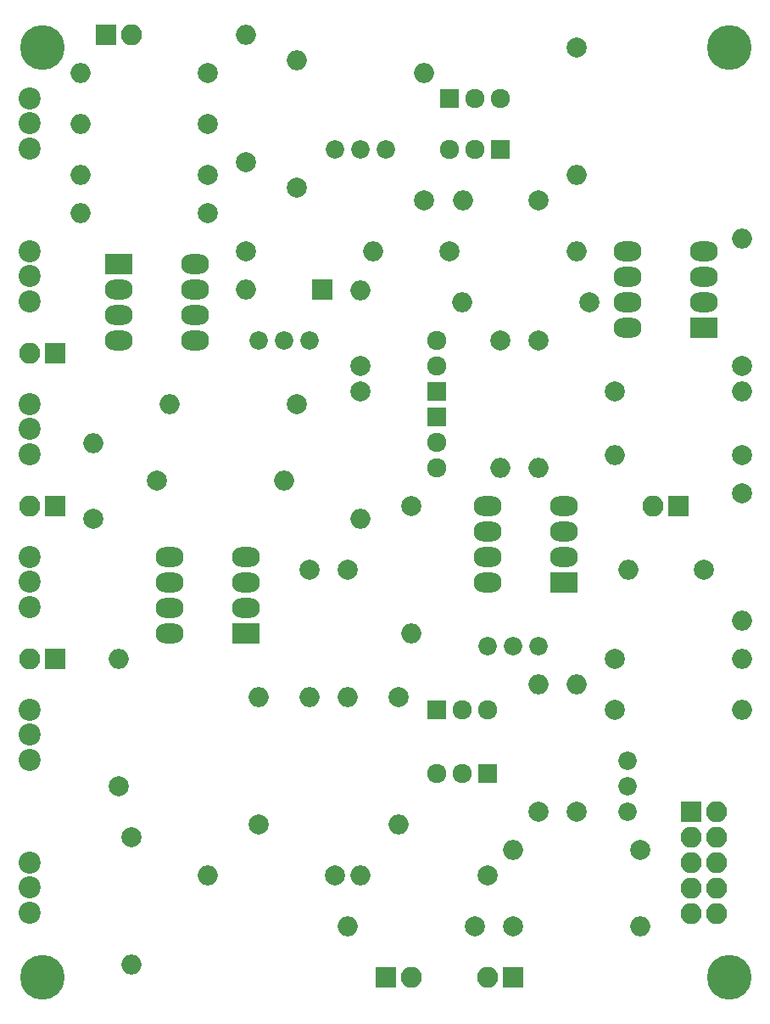
<source format=gbs>
G04 #@! TF.FileFunction,Soldermask,Bot*
%FSLAX46Y46*%
G04 Gerber Fmt 4.6, Leading zero omitted, Abs format (unit mm)*
G04 Created by KiCad (PCBNEW 4.0.7) date Monday 30 April 2018 23:43:25*
%MOMM*%
%LPD*%
G01*
G04 APERTURE LIST*
%ADD10C,0.100000*%
%ADD11C,2.200000*%
%ADD12R,2.800000X2.000000*%
%ADD13O,2.800000X2.000000*%
%ADD14C,2.000000*%
%ADD15O,2.000000X2.000000*%
%ADD16R,2.000000X2.000000*%
%ADD17R,2.100000X2.100000*%
%ADD18O,2.100000X2.100000*%
%ADD19C,1.920000*%
%ADD20R,1.920000X1.920000*%
%ADD21C,1.840000*%
%ADD22C,4.464000*%
G04 APERTURE END LIST*
D10*
D11*
X138430000Y-71040000D03*
X138430000Y-68540000D03*
X138430000Y-66040000D03*
D12*
X160020000Y-88900000D03*
D13*
X152400000Y-81280000D03*
X160020000Y-86360000D03*
X152400000Y-83820000D03*
X160020000Y-83820000D03*
X152400000Y-86360000D03*
X160020000Y-81280000D03*
X152400000Y-88900000D03*
D14*
X144780000Y-77470000D03*
D15*
X144780000Y-69970000D03*
D14*
X189230000Y-45720000D03*
D15*
X181730000Y-45720000D03*
D14*
X205740000Y-82550000D03*
D15*
X198240000Y-82550000D03*
D14*
X171450000Y-62230000D03*
D15*
X171450000Y-54730000D03*
D16*
X167640000Y-54610000D03*
D15*
X160020000Y-54610000D03*
D17*
X140970000Y-91440000D03*
D18*
X138430000Y-91440000D03*
D17*
X146050000Y-29210000D03*
D18*
X148590000Y-29210000D03*
D17*
X140970000Y-60960000D03*
D18*
X138430000Y-60960000D03*
D17*
X140970000Y-76200000D03*
D18*
X138430000Y-76200000D03*
D17*
X204470000Y-106680000D03*
D18*
X207010000Y-106680000D03*
X204470000Y-109220000D03*
X207010000Y-109220000D03*
X204470000Y-111760000D03*
X207010000Y-111760000D03*
X204470000Y-114300000D03*
X207010000Y-114300000D03*
X204470000Y-116840000D03*
X207010000Y-116840000D03*
D17*
X173990000Y-123190000D03*
D18*
X176530000Y-123190000D03*
D17*
X186690000Y-123190000D03*
D18*
X184150000Y-123190000D03*
D17*
X203200000Y-76200000D03*
D18*
X200660000Y-76200000D03*
D19*
X182880000Y-40640000D03*
X180340000Y-40640000D03*
D20*
X185420000Y-40640000D03*
D19*
X182880000Y-35560000D03*
X185420000Y-35560000D03*
D20*
X180340000Y-35560000D03*
D19*
X179070000Y-69850000D03*
X179070000Y-72390000D03*
D20*
X179070000Y-67310000D03*
D19*
X181610000Y-96520000D03*
X184150000Y-96520000D03*
D20*
X179070000Y-96520000D03*
D19*
X179070000Y-62230000D03*
X179070000Y-59690000D03*
D20*
X179070000Y-64770000D03*
D19*
X181610000Y-102870000D03*
X179070000Y-102870000D03*
D20*
X184150000Y-102870000D03*
D14*
X156210000Y-33020000D03*
D15*
X143510000Y-33020000D03*
D14*
X156210000Y-46990000D03*
D15*
X143510000Y-46990000D03*
D14*
X156210000Y-38100000D03*
D15*
X143510000Y-38100000D03*
D14*
X156210000Y-43180000D03*
D15*
X143510000Y-43180000D03*
D14*
X165100000Y-44450000D03*
D15*
X165100000Y-31750000D03*
D14*
X180340000Y-50800000D03*
D15*
X193040000Y-50800000D03*
D14*
X165100000Y-66040000D03*
D15*
X152400000Y-66040000D03*
D14*
X177800000Y-45720000D03*
D15*
X177800000Y-33020000D03*
D14*
X160020000Y-50800000D03*
D15*
X172720000Y-50800000D03*
D14*
X160020000Y-41910000D03*
D15*
X160020000Y-29210000D03*
D14*
X193040000Y-30480000D03*
D15*
X193040000Y-43180000D03*
D14*
X196850000Y-64770000D03*
D15*
X209550000Y-64770000D03*
D14*
X209550000Y-62230000D03*
D15*
X209550000Y-49530000D03*
D14*
X147320000Y-104140000D03*
D15*
X147320000Y-91440000D03*
D14*
X148590000Y-109220000D03*
D15*
X148590000Y-121920000D03*
D14*
X209550000Y-74930000D03*
D15*
X209550000Y-87630000D03*
D14*
X176530000Y-76200000D03*
D15*
X176530000Y-88900000D03*
D14*
X151130000Y-73660000D03*
D15*
X163830000Y-73660000D03*
D14*
X196850000Y-91440000D03*
D15*
X209550000Y-91440000D03*
D14*
X209550000Y-71120000D03*
D15*
X196850000Y-71120000D03*
D14*
X171450000Y-64770000D03*
D15*
X171450000Y-77470000D03*
D14*
X193040000Y-106680000D03*
D15*
X193040000Y-93980000D03*
D14*
X189230000Y-59690000D03*
D15*
X189230000Y-72390000D03*
D14*
X199390000Y-110490000D03*
D15*
X186690000Y-110490000D03*
D14*
X196850000Y-96520000D03*
D15*
X209550000Y-96520000D03*
D14*
X185420000Y-59690000D03*
D15*
X185420000Y-72390000D03*
D14*
X184150000Y-113030000D03*
D15*
X171450000Y-113030000D03*
D14*
X194310000Y-55880000D03*
D15*
X181610000Y-55880000D03*
D14*
X186690000Y-118110000D03*
D15*
X199390000Y-118110000D03*
D14*
X175260000Y-95250000D03*
D15*
X175260000Y-107950000D03*
D14*
X161290000Y-107950000D03*
D15*
X161290000Y-95250000D03*
D14*
X166370000Y-82550000D03*
D15*
X166370000Y-95250000D03*
D14*
X170180000Y-82550000D03*
D15*
X170180000Y-95250000D03*
D14*
X189230000Y-106680000D03*
D15*
X189230000Y-93980000D03*
D14*
X168910000Y-113030000D03*
D15*
X156210000Y-113030000D03*
D14*
X182880000Y-118110000D03*
D15*
X170180000Y-118110000D03*
D11*
X138430000Y-40560000D03*
X138430000Y-38060000D03*
X138430000Y-35560000D03*
X138430000Y-55800000D03*
X138430000Y-53300000D03*
X138430000Y-50800000D03*
X138430000Y-86280000D03*
X138430000Y-83780000D03*
X138430000Y-81280000D03*
D21*
X173990000Y-40640000D03*
X171450000Y-40640000D03*
X168910000Y-40640000D03*
X166370000Y-59690000D03*
X163830000Y-59690000D03*
X161290000Y-59690000D03*
D11*
X138430000Y-101520000D03*
X138430000Y-99020000D03*
X138430000Y-96520000D03*
X138430000Y-116760000D03*
X138430000Y-114260000D03*
X138430000Y-111760000D03*
D21*
X184150000Y-90170000D03*
X186690000Y-90170000D03*
X189230000Y-90170000D03*
X198120000Y-101600000D03*
X198120000Y-104140000D03*
X198120000Y-106680000D03*
D12*
X147320000Y-52070000D03*
D13*
X154940000Y-59690000D03*
X147320000Y-54610000D03*
X154940000Y-57150000D03*
X147320000Y-57150000D03*
X154940000Y-54610000D03*
X147320000Y-59690000D03*
X154940000Y-52070000D03*
D12*
X205740000Y-58420000D03*
D13*
X198120000Y-50800000D03*
X205740000Y-55880000D03*
X198120000Y-53340000D03*
X205740000Y-53340000D03*
X198120000Y-55880000D03*
X205740000Y-50800000D03*
X198120000Y-58420000D03*
D12*
X191770000Y-83820000D03*
D13*
X184150000Y-76200000D03*
X191770000Y-81280000D03*
X184150000Y-78740000D03*
X191770000Y-78740000D03*
X184150000Y-81280000D03*
X191770000Y-76200000D03*
X184150000Y-83820000D03*
D22*
X139700000Y-123190000D03*
X139700000Y-30480000D03*
X208280000Y-30480000D03*
X208280000Y-123190000D03*
M02*

</source>
